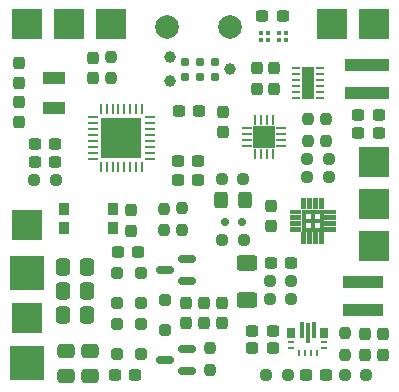
<source format=gbr>
%TF.GenerationSoftware,KiCad,Pcbnew,7.0.1*%
%TF.CreationDate,2024-08-13T13:22:24+02:00*%
%TF.ProjectId,wpt_receiver,7770745f-7265-4636-9569-7665722e6b69,rev?*%
%TF.SameCoordinates,Original*%
%TF.FileFunction,Soldermask,Top*%
%TF.FilePolarity,Negative*%
%FSLAX46Y46*%
G04 Gerber Fmt 4.6, Leading zero omitted, Abs format (unit mm)*
G04 Created by KiCad (PCBNEW 7.0.1) date 2024-08-13 13:22:24*
%MOMM*%
%LPD*%
G01*
G04 APERTURE LIST*
G04 Aperture macros list*
%AMRoundRect*
0 Rectangle with rounded corners*
0 $1 Rounding radius*
0 $2 $3 $4 $5 $6 $7 $8 $9 X,Y pos of 4 corners*
0 Add a 4 corners polygon primitive as box body*
4,1,4,$2,$3,$4,$5,$6,$7,$8,$9,$2,$3,0*
0 Add four circle primitives for the rounded corners*
1,1,$1+$1,$2,$3*
1,1,$1+$1,$4,$5*
1,1,$1+$1,$6,$7*
1,1,$1+$1,$8,$9*
0 Add four rect primitives between the rounded corners*
20,1,$1+$1,$2,$3,$4,$5,0*
20,1,$1+$1,$4,$5,$6,$7,0*
20,1,$1+$1,$6,$7,$8,$9,0*
20,1,$1+$1,$8,$9,$2,$3,0*%
G04 Aperture macros list end*
%ADD10RoundRect,0.237500X-0.237500X0.300000X-0.237500X-0.300000X0.237500X-0.300000X0.237500X0.300000X0*%
%ADD11R,3.000000X3.000000*%
%ADD12RoundRect,0.237500X-0.250000X-0.237500X0.250000X-0.237500X0.250000X0.237500X-0.250000X0.237500X0*%
%ADD13RoundRect,0.237500X0.237500X-0.300000X0.237500X0.300000X-0.237500X0.300000X-0.237500X-0.300000X0*%
%ADD14RoundRect,0.237500X-0.300000X-0.237500X0.300000X-0.237500X0.300000X0.237500X-0.300000X0.237500X0*%
%ADD15RoundRect,0.150000X0.587500X0.150000X-0.587500X0.150000X-0.587500X-0.150000X0.587500X-0.150000X0*%
%ADD16R,2.500000X2.500000*%
%ADD17RoundRect,0.237500X0.300000X0.237500X-0.300000X0.237500X-0.300000X-0.237500X0.300000X-0.237500X0*%
%ADD18RoundRect,0.237500X-0.237500X0.250000X-0.237500X-0.250000X0.237500X-0.250000X0.237500X0.250000X0*%
%ADD19RoundRect,0.150000X-0.150000X-0.200000X0.150000X-0.200000X0.150000X0.200000X-0.150000X0.200000X0*%
%ADD20RoundRect,0.250000X0.625000X-0.400000X0.625000X0.400000X-0.625000X0.400000X-0.625000X-0.400000X0*%
%ADD21R,0.431800X0.431800*%
%ADD22R,0.850000X0.280000*%
%ADD23R,0.280000X0.850000*%
%ADD24RoundRect,0.237500X0.237500X-0.250000X0.237500X0.250000X-0.237500X0.250000X-0.237500X-0.250000X0*%
%ADD25RoundRect,0.062500X-0.375000X-0.062500X0.375000X-0.062500X0.375000X0.062500X-0.375000X0.062500X0*%
%ADD26RoundRect,0.062500X-0.062500X-0.375000X0.062500X-0.375000X0.062500X0.375000X-0.062500X0.375000X0*%
%ADD27R,3.450000X3.450000*%
%ADD28R,3.700000X0.980000*%
%ADD29RoundRect,0.237500X0.250000X0.237500X-0.250000X0.237500X-0.250000X-0.237500X0.250000X-0.237500X0*%
%ADD30RoundRect,0.250000X-0.250000X0.250000X-0.250000X-0.250000X0.250000X-0.250000X0.250000X0.250000X0*%
%ADD31C,0.990600*%
%ADD32C,0.787400*%
%ADD33R,0.240000X0.599999*%
%ADD34R,0.599999X0.240000*%
%ADD35R,0.700001X0.850001*%
%ADD36R,0.349999X1.450000*%
%ADD37R,0.349999X1.799999*%
%ADD38RoundRect,0.250000X-0.325000X-0.450000X0.325000X-0.450000X0.325000X0.450000X-0.325000X0.450000X0*%
%ADD39R,0.660400X0.254000*%
%ADD40R,1.092200X2.743200*%
%ADD41R,3.400000X0.980000*%
%ADD42RoundRect,0.250000X-0.337500X-0.475000X0.337500X-0.475000X0.337500X0.475000X-0.337500X0.475000X0*%
%ADD43RoundRect,0.250000X-0.475000X0.337500X-0.475000X-0.337500X0.475000X-0.337500X0.475000X0.337500X0*%
%ADD44R,1.900000X1.100000*%
%ADD45R,0.812800X0.254000*%
%ADD46R,0.254000X0.812800*%
%ADD47R,1.828800X1.828800*%
%ADD48R,0.900000X1.000000*%
%ADD49C,2.000000*%
G04 APERTURE END LIST*
%TO.C,U11*%
G36*
X152640594Y-123780596D02*
G01*
X151651403Y-123780596D01*
X151651403Y-123361402D01*
X152640594Y-123361402D01*
X152640594Y-123780596D01*
G37*
G36*
X152640594Y-123280594D02*
G01*
X151651403Y-123280594D01*
X151651403Y-122861403D01*
X152640594Y-122861403D01*
X152640594Y-123280594D01*
G37*
G36*
X152640594Y-122780595D02*
G01*
X151651403Y-122780595D01*
X151651403Y-122361404D01*
X152640594Y-122361404D01*
X152640594Y-122780595D01*
G37*
G36*
X152640594Y-122280596D02*
G01*
X151651403Y-122280596D01*
X151651403Y-121861402D01*
X152640594Y-121861402D01*
X152640594Y-122280596D01*
G37*
G36*
X151630784Y-124790594D02*
G01*
X151211592Y-124790594D01*
X151211592Y-123801403D01*
X151630784Y-123801403D01*
X151630784Y-124790594D01*
G37*
G36*
X151630784Y-121840595D02*
G01*
X151211592Y-121840595D01*
X151211592Y-120851404D01*
X151630784Y-120851404D01*
X151630784Y-121840595D01*
G37*
G36*
X151584499Y-123734499D02*
G01*
X151264699Y-123734499D01*
X151264699Y-121907499D01*
X151584499Y-121907499D01*
X151584499Y-123734499D01*
G37*
G36*
X151584499Y-123734499D02*
G01*
X149757499Y-123734499D01*
X149757499Y-123414699D01*
X151584499Y-123414699D01*
X151584499Y-123734499D01*
G37*
G36*
X151584499Y-123014699D02*
G01*
X149757499Y-123014699D01*
X149757499Y-122627299D01*
X151584499Y-122627299D01*
X151584499Y-123014699D01*
G37*
G36*
X151584499Y-122227299D02*
G01*
X149757499Y-122227299D01*
X149757499Y-121907499D01*
X151584499Y-121907499D01*
X151584499Y-122227299D01*
G37*
G36*
X151130658Y-124790594D02*
G01*
X150711466Y-124790594D01*
X150711466Y-123801403D01*
X151130658Y-123801403D01*
X151130658Y-124790594D01*
G37*
G36*
X151130658Y-121840595D02*
G01*
X150711466Y-121840595D01*
X150711466Y-120851404D01*
X151130658Y-120851404D01*
X151130658Y-121840595D01*
G37*
G36*
X150630532Y-124790594D02*
G01*
X150211340Y-124790594D01*
X150211340Y-123801403D01*
X150630532Y-123801403D01*
X150630532Y-124790594D01*
G37*
G36*
X150630532Y-121840595D02*
G01*
X150211340Y-121840595D01*
X150211340Y-120851404D01*
X150630532Y-120851404D01*
X150630532Y-121840595D01*
G37*
G36*
X150864699Y-123734499D02*
G01*
X150477299Y-123734499D01*
X150477299Y-121907499D01*
X150864699Y-121907499D01*
X150864699Y-123734499D01*
G37*
G36*
X150130406Y-124790594D02*
G01*
X149711214Y-124790594D01*
X149711214Y-123801403D01*
X150130406Y-123801403D01*
X150130406Y-124790594D01*
G37*
G36*
X150130406Y-121840595D02*
G01*
X149711214Y-121840595D01*
X149711214Y-120851404D01*
X150130406Y-120851404D01*
X150130406Y-121840595D01*
G37*
G36*
X150077299Y-123734499D02*
G01*
X149757499Y-123734499D01*
X149757499Y-121907499D01*
X150077299Y-121907499D01*
X150077299Y-123734499D01*
G37*
G36*
X149690595Y-123780596D02*
G01*
X148701404Y-123780596D01*
X148701404Y-123361402D01*
X149690595Y-123361402D01*
X149690595Y-123780596D01*
G37*
G36*
X149690595Y-123280594D02*
G01*
X148701404Y-123280594D01*
X148701404Y-122861403D01*
X149690595Y-122861403D01*
X149690595Y-123280594D01*
G37*
G36*
X149690595Y-122780595D02*
G01*
X148701404Y-122780595D01*
X148701404Y-122361404D01*
X149690595Y-122361404D01*
X149690595Y-122780595D01*
G37*
G36*
X149690595Y-122280596D02*
G01*
X148701404Y-122280596D01*
X148701404Y-121861402D01*
X149690595Y-121861402D01*
X149690595Y-122280596D01*
G37*
%TO.C,U8*%
G36*
X149097756Y-131979959D02*
G01*
X149107136Y-131982804D01*
X149115780Y-131987427D01*
X149123357Y-131993645D01*
X149129574Y-132001222D01*
X149134195Y-132009865D01*
X149137040Y-132019246D01*
X149138000Y-132028999D01*
X149138000Y-132679000D01*
X149137040Y-132688754D01*
X149134195Y-132698134D01*
X149129574Y-132706778D01*
X149123357Y-132714355D01*
X149115780Y-132720573D01*
X149107136Y-132725195D01*
X149097756Y-132728040D01*
X149088000Y-132729000D01*
X148938000Y-132729000D01*
X148928246Y-132728040D01*
X148918866Y-132725195D01*
X148910223Y-132720573D01*
X148902646Y-132714355D01*
X148896428Y-132706778D01*
X148891808Y-132698134D01*
X148888963Y-132688754D01*
X148888000Y-132679000D01*
X148888000Y-132028999D01*
X148888963Y-132019246D01*
X148891808Y-132009865D01*
X148896428Y-132001222D01*
X148902646Y-131993645D01*
X148910223Y-131987427D01*
X148918866Y-131982804D01*
X148928246Y-131979959D01*
X148938000Y-131978999D01*
X149088000Y-131978999D01*
X149097756Y-131979959D01*
G37*
G36*
X151547754Y-131979959D02*
G01*
X151557134Y-131982804D01*
X151565777Y-131987427D01*
X151573354Y-131993645D01*
X151579572Y-132001222D01*
X151584192Y-132009865D01*
X151587037Y-132019246D01*
X151588000Y-132028999D01*
X151588000Y-132679000D01*
X151587037Y-132688754D01*
X151584192Y-132698134D01*
X151579572Y-132706778D01*
X151573354Y-132714355D01*
X151565777Y-132720573D01*
X151557134Y-132725195D01*
X151547754Y-132728040D01*
X151538000Y-132729000D01*
X151388000Y-132729000D01*
X151378244Y-132728040D01*
X151368864Y-132725195D01*
X151360220Y-132720573D01*
X151352643Y-132714355D01*
X151346426Y-132706778D01*
X151341805Y-132698134D01*
X151338960Y-132688754D01*
X151338000Y-132679000D01*
X151338000Y-132028999D01*
X151338960Y-132019246D01*
X151341805Y-132009865D01*
X151346426Y-132001222D01*
X151352643Y-131993645D01*
X151360220Y-131987427D01*
X151368864Y-131982804D01*
X151378244Y-131979959D01*
X151388000Y-131978999D01*
X151538000Y-131978999D01*
X151547754Y-131979959D01*
G37*
G36*
X151897753Y-132479963D02*
G01*
X151907133Y-132482808D01*
X151915777Y-132487429D01*
X151923354Y-132493646D01*
X151929571Y-132501223D01*
X151934194Y-132509867D01*
X151937039Y-132519247D01*
X151937999Y-132529001D01*
X151937999Y-132679000D01*
X151937039Y-132688757D01*
X151934194Y-132698137D01*
X151929571Y-132706780D01*
X151923354Y-132714357D01*
X151915777Y-132720575D01*
X151907133Y-132725195D01*
X151897753Y-132728040D01*
X151887999Y-132729000D01*
X151388000Y-132729000D01*
X151378247Y-132728040D01*
X151368866Y-132725195D01*
X151360223Y-132720575D01*
X151352646Y-132714357D01*
X151346428Y-132706780D01*
X151341805Y-132698137D01*
X151338960Y-132688757D01*
X151338000Y-132679000D01*
X151338000Y-132529001D01*
X151338960Y-132519247D01*
X151341805Y-132509867D01*
X151346428Y-132501223D01*
X151352646Y-132493646D01*
X151360223Y-132487429D01*
X151368866Y-132482808D01*
X151378247Y-132479963D01*
X151388000Y-132479001D01*
X151887999Y-132479001D01*
X151897753Y-132479963D01*
G37*
G36*
X149097753Y-132479963D02*
G01*
X149107134Y-132482808D01*
X149115777Y-132487429D01*
X149123354Y-132493646D01*
X149129572Y-132501223D01*
X149134195Y-132509867D01*
X149137040Y-132519247D01*
X149138000Y-132529001D01*
X149138000Y-132679000D01*
X149137040Y-132688757D01*
X149134195Y-132698137D01*
X149129572Y-132706780D01*
X149123354Y-132714357D01*
X149115777Y-132720575D01*
X149107134Y-132725195D01*
X149097753Y-132728040D01*
X149088000Y-132729000D01*
X148588001Y-132729000D01*
X148578247Y-132728040D01*
X148568867Y-132725195D01*
X148560223Y-132720575D01*
X148552646Y-132714357D01*
X148546429Y-132706780D01*
X148541806Y-132698137D01*
X148538961Y-132688757D01*
X148538001Y-132679000D01*
X148538001Y-132529001D01*
X148538961Y-132519247D01*
X148541806Y-132509867D01*
X148546429Y-132501223D01*
X148552646Y-132493646D01*
X148560223Y-132487429D01*
X148568867Y-132482808D01*
X148578247Y-132479963D01*
X148588001Y-132479001D01*
X149088000Y-132479001D01*
X149097753Y-132479963D01*
G37*
G36*
X151897753Y-131979959D02*
G01*
X151907133Y-131982804D01*
X151915777Y-131987424D01*
X151923354Y-131993642D01*
X151929571Y-132001219D01*
X151934194Y-132009863D01*
X151937039Y-132019243D01*
X151937999Y-132028999D01*
X151937999Y-132178999D01*
X151937039Y-132188752D01*
X151934194Y-132198133D01*
X151929571Y-132206776D01*
X151923354Y-132214353D01*
X151915777Y-132220571D01*
X151907133Y-132225191D01*
X151897753Y-132228036D01*
X151887999Y-132228999D01*
X151388000Y-132228999D01*
X151378247Y-132228036D01*
X151368866Y-132225191D01*
X151360223Y-132220571D01*
X151352646Y-132214353D01*
X151346428Y-132206776D01*
X151341805Y-132198133D01*
X151338960Y-132188752D01*
X151338000Y-132178999D01*
X151338000Y-132028999D01*
X151338960Y-132019243D01*
X151341805Y-132009863D01*
X151346428Y-132001219D01*
X151352646Y-131993642D01*
X151360223Y-131987424D01*
X151368866Y-131982804D01*
X151378247Y-131979959D01*
X151388000Y-131978999D01*
X151887999Y-131978999D01*
X151897753Y-131979959D01*
G37*
G36*
X149097753Y-131979959D02*
G01*
X149107134Y-131982804D01*
X149115777Y-131987424D01*
X149123354Y-131993642D01*
X149129572Y-132001219D01*
X149134195Y-132009863D01*
X149137040Y-132019243D01*
X149138000Y-132028999D01*
X149138000Y-132178999D01*
X149137040Y-132188752D01*
X149134195Y-132198133D01*
X149129572Y-132206776D01*
X149123354Y-132214353D01*
X149115777Y-132220571D01*
X149107134Y-132225191D01*
X149097753Y-132228036D01*
X149088000Y-132228999D01*
X148588001Y-132228999D01*
X148578247Y-132228036D01*
X148568867Y-132225191D01*
X148560223Y-132220571D01*
X148552646Y-132214353D01*
X148546429Y-132206776D01*
X148541806Y-132198133D01*
X148538961Y-132188752D01*
X148538001Y-132178999D01*
X148538001Y-132028999D01*
X148538961Y-132019243D01*
X148541806Y-132009863D01*
X148546429Y-132001219D01*
X148552646Y-131993642D01*
X148560223Y-131987424D01*
X148568867Y-131982804D01*
X148578247Y-131979959D01*
X148588001Y-131978999D01*
X149088000Y-131978999D01*
X149097753Y-131979959D01*
G37*
%TD*%
D10*
%TO.C,C17*%
X141478000Y-129774000D03*
X141478000Y-131499000D03*
%TD*%
D11*
%TO.C,L2*%
X126492000Y-134874000D03*
X126492000Y-127254000D03*
%TD*%
D12*
%TO.C,R15*%
X146706000Y-135913001D03*
X148531000Y-135913001D03*
%TD*%
D13*
%TO.C,C31*%
X145948400Y-111619370D03*
X145948400Y-109894370D03*
%TD*%
D10*
%TO.C,C21*%
X143078200Y-113564500D03*
X143078200Y-115289500D03*
%TD*%
D14*
%TO.C,C40*%
X139218500Y-117729000D03*
X140943500Y-117729000D03*
%TD*%
%TO.C,C38*%
X139218500Y-119380000D03*
X140943500Y-119380000D03*
%TD*%
D15*
%TO.C,Q2*%
X140051000Y-135570000D03*
X140051000Y-133670000D03*
X138176000Y-134620000D03*
%TD*%
D16*
%TO.C,TP1*%
X126492000Y-123190000D03*
%TD*%
D17*
%TO.C,C37*%
X128878500Y-117856000D03*
X127153500Y-117856000D03*
%TD*%
D14*
%TO.C,C45*%
X147092500Y-126365000D03*
X148817500Y-126365000D03*
%TD*%
D18*
%TO.C,R25*%
X150241000Y-114212370D03*
X150241000Y-116037370D03*
%TD*%
%TO.C,R14*%
X151765000Y-114212370D03*
X151765000Y-116037370D03*
%TD*%
D19*
%TO.C,D11*%
X144679500Y-122936000D03*
X143279500Y-122936000D03*
%TD*%
D14*
%TO.C,C33*%
X154539300Y-113817486D03*
X156264300Y-113817486D03*
%TD*%
D20*
%TO.C,R28*%
X145134250Y-129491500D03*
X145134250Y-126391500D03*
%TD*%
D12*
%TO.C,R1*%
X142978500Y-119253000D03*
X144803500Y-119253000D03*
%TD*%
D21*
%TO.C,U12*%
X148409700Y-106908600D03*
X147806500Y-106908600D03*
X147806500Y-107518200D03*
X148409700Y-107518200D03*
%TD*%
D16*
%TO.C,TP5*%
X155829000Y-117856000D03*
%TD*%
D22*
%TO.C,U11*%
X152146000Y-123571000D03*
X152146000Y-123070999D03*
X152146000Y-122570999D03*
X152146000Y-122070998D03*
D23*
X151421188Y-121345998D03*
X150921062Y-121345998D03*
X150420936Y-121345998D03*
X149920810Y-121345998D03*
D22*
X149195998Y-122070998D03*
X149195998Y-122570999D03*
X149195998Y-123070999D03*
X149195998Y-123571000D03*
D23*
X149920810Y-124296000D03*
X150420936Y-124296000D03*
X150921062Y-124296000D03*
X151421188Y-124296000D03*
%TD*%
D10*
%TO.C,C44*%
X135237000Y-121935000D03*
X135237000Y-123660000D03*
%TD*%
D24*
%TO.C,R11*%
X141986000Y-135429000D03*
X141986000Y-133604000D03*
%TD*%
D25*
%TO.C,U10*%
X132031000Y-114062000D03*
X132031000Y-114562000D03*
X132031000Y-115062000D03*
X132031000Y-115562000D03*
X132031000Y-116062000D03*
X132031000Y-116562000D03*
X132031000Y-117062000D03*
X132031000Y-117562000D03*
D26*
X132718500Y-118249500D03*
X133218500Y-118249500D03*
X133718500Y-118249500D03*
X134218500Y-118249500D03*
X134718500Y-118249500D03*
X135218500Y-118249500D03*
X135718500Y-118249500D03*
X136218500Y-118249500D03*
D25*
X136906000Y-117562000D03*
X136906000Y-117062000D03*
X136906000Y-116562000D03*
X136906000Y-116062000D03*
X136906000Y-115562000D03*
X136906000Y-115062000D03*
X136906000Y-114562000D03*
X136906000Y-114062000D03*
D26*
X136218500Y-113374500D03*
X135718500Y-113374500D03*
X135218500Y-113374500D03*
X134718500Y-113374500D03*
X134218500Y-113374500D03*
X133718500Y-113374500D03*
X133218500Y-113374500D03*
X132718500Y-113374500D03*
D27*
X134468500Y-115812000D03*
%TD*%
D17*
%TO.C,C22*%
X148117972Y-105511600D03*
X146392972Y-105511600D03*
%TD*%
D16*
%TO.C,TP4*%
X155829000Y-121412000D03*
%TD*%
D28*
%TO.C,L5*%
X155301300Y-109584486D03*
X155301300Y-111954486D03*
%TD*%
D10*
%TO.C,C27*%
X156588000Y-132424000D03*
X156588000Y-134149000D03*
%TD*%
D16*
%TO.C,TP10*%
X155829000Y-106172000D03*
%TD*%
D29*
%TO.C,R31*%
X152019000Y-117602000D03*
X150194000Y-117602000D03*
%TD*%
D30*
%TO.C,D1*%
X134112000Y-127254000D03*
X134112000Y-129754000D03*
%TD*%
D14*
%TO.C,C19*%
X134165000Y-125476000D03*
X135890000Y-125476000D03*
%TD*%
%TO.C,FB1*%
X127153500Y-116332000D03*
X128878500Y-116332000D03*
%TD*%
D31*
%TO.C,J1*%
X143637000Y-109982000D03*
X138557000Y-110998000D03*
X138557000Y-108966000D03*
D32*
X142367000Y-109347000D03*
X142367000Y-110617000D03*
X141097000Y-109347000D03*
X141097000Y-110617000D03*
X139827000Y-109347000D03*
X139827000Y-110617000D03*
%TD*%
D33*
%TO.C,U8*%
X149487999Y-134029000D03*
X149987998Y-134029000D03*
X150488000Y-134029000D03*
X150987998Y-134029000D03*
D34*
X151638000Y-133604000D03*
X151638000Y-133104001D03*
D35*
X151638000Y-132354000D03*
X151638000Y-132354000D03*
D36*
X150737999Y-132104000D03*
D37*
X150238000Y-132279001D03*
D36*
X149738001Y-132104000D03*
D35*
X148838000Y-132354000D03*
X148838000Y-132354000D03*
D34*
X148838000Y-133104001D03*
X148838000Y-133604000D03*
%TD*%
D15*
%TO.C,Q1*%
X140051000Y-127950000D03*
X140051000Y-126050000D03*
X138176000Y-127000000D03*
%TD*%
D17*
%TO.C,C26*%
X147261000Y-132118001D03*
X145536000Y-132118001D03*
%TD*%
D13*
%TO.C,C42*%
X125832500Y-114489000D03*
X125832500Y-112764000D03*
%TD*%
D14*
%TO.C,C34*%
X154539300Y-115341486D03*
X156264300Y-115341486D03*
%TD*%
%TO.C,C43*%
X139328000Y-113538000D03*
X141053000Y-113538000D03*
%TD*%
D12*
%TO.C,R23*%
X153357000Y-135913001D03*
X155182000Y-135913001D03*
%TD*%
D38*
%TO.C,D4*%
X142880500Y-121031000D03*
X144930500Y-121031000D03*
%TD*%
D13*
%TO.C,C41*%
X132062500Y-110729000D03*
X132062500Y-109004000D03*
%TD*%
D16*
%TO.C,TP11*%
X133604000Y-106172000D03*
%TD*%
D39*
%TO.C,U9*%
X151282400Y-112387126D03*
X151282400Y-111887000D03*
X151282400Y-111386874D03*
X151282400Y-110886748D03*
X151282400Y-110386622D03*
X151282400Y-109886496D03*
X149225000Y-109886496D03*
X149225000Y-110386622D03*
X149225000Y-110886748D03*
X149225000Y-111386874D03*
X149225000Y-111887000D03*
X149225000Y-112387126D03*
D40*
X150253700Y-111136811D03*
%TD*%
D41*
%TO.C,L4*%
X154940000Y-127974000D03*
X154940000Y-130344000D03*
%TD*%
D30*
%TO.C,D3*%
X136144000Y-127254000D03*
X136144000Y-129754000D03*
%TD*%
D10*
%TO.C,C18*%
X139954000Y-129774000D03*
X139954000Y-131499000D03*
%TD*%
D12*
%TO.C,R33*%
X147042500Y-129439500D03*
X148867500Y-129439500D03*
%TD*%
D30*
%TO.C,D8*%
X138176000Y-129560000D03*
X138176000Y-132060000D03*
%TD*%
D16*
%TO.C,TP6*%
X152273000Y-106172000D03*
%TD*%
D42*
%TO.C,C4*%
X129497000Y-126746000D03*
X131572000Y-126746000D03*
%TD*%
D10*
%TO.C,C46*%
X147114999Y-121565500D03*
X147114999Y-123290500D03*
%TD*%
D43*
%TO.C,C15*%
X129794000Y-133858000D03*
X129794000Y-135933000D03*
%TD*%
D16*
%TO.C,TP8*%
X155829000Y-124968000D03*
%TD*%
D12*
%TO.C,R13*%
X143005000Y-124460000D03*
X144830000Y-124460000D03*
%TD*%
D10*
%TO.C,C39*%
X125832500Y-109462000D03*
X125832500Y-111187000D03*
%TD*%
D16*
%TO.C,TP2*%
X126492000Y-131064000D03*
%TD*%
D14*
%TO.C,C20*%
X133911000Y-135890000D03*
X135636000Y-135890000D03*
%TD*%
D16*
%TO.C,TP7*%
X130048000Y-106172000D03*
%TD*%
D21*
%TO.C,U1*%
X146245872Y-107543600D03*
X146849072Y-107543600D03*
X146849072Y-106934000D03*
X146245872Y-106934000D03*
%TD*%
D30*
%TO.C,D5*%
X136144000Y-131572000D03*
X136144000Y-134072000D03*
%TD*%
D13*
%TO.C,C32*%
X147412400Y-111619370D03*
X147412400Y-109894370D03*
%TD*%
D29*
%TO.C,R30*%
X152019000Y-119126000D03*
X150194000Y-119126000D03*
%TD*%
D44*
%TO.C,Y1*%
X128760500Y-110732000D03*
X128760500Y-113232000D03*
%TD*%
D29*
%TO.C,R34*%
X148867500Y-127915500D03*
X147042500Y-127915500D03*
%TD*%
D42*
%TO.C,C6*%
X129497000Y-130810000D03*
X131572000Y-130810000D03*
%TD*%
%TO.C,C5*%
X129497000Y-128778000D03*
X131572000Y-128778000D03*
%TD*%
D24*
%TO.C,R2*%
X139573000Y-123594500D03*
X139573000Y-121769500D03*
%TD*%
D45*
%TO.C,U6*%
X148005800Y-116447001D03*
X148005800Y-115947000D03*
X148005800Y-115447000D03*
X148005800Y-114946999D03*
D46*
X147308001Y-114249200D03*
X146808000Y-114249200D03*
X146308000Y-114249200D03*
X145807999Y-114249200D03*
D45*
X145110200Y-114946999D03*
X145110200Y-115447000D03*
X145110200Y-115947000D03*
X145110200Y-116447001D03*
D46*
X145807999Y-117144800D03*
X146308000Y-117144800D03*
X146808000Y-117144800D03*
X147308001Y-117144800D03*
D47*
X146558000Y-115697000D03*
%TD*%
D43*
%TO.C,C14*%
X131826000Y-133858000D03*
X131826000Y-135933000D03*
%TD*%
D12*
%TO.C,R32*%
X127103500Y-119380000D03*
X128928500Y-119380000D03*
%TD*%
D48*
%TO.C,SW1*%
X129631000Y-121844000D03*
X133731000Y-121844000D03*
X129631000Y-123444000D03*
X133731000Y-123444000D03*
%TD*%
D30*
%TO.C,D2*%
X134112000Y-131572000D03*
X134112000Y-134072000D03*
%TD*%
D10*
%TO.C,C16*%
X143002000Y-129774000D03*
X143002000Y-131499000D03*
%TD*%
%TO.C,C28*%
X155094000Y-132424000D03*
X155094000Y-134149000D03*
%TD*%
D14*
%TO.C,C29*%
X150058000Y-135913001D03*
X151783000Y-135913001D03*
%TD*%
D18*
%TO.C,R29*%
X133586500Y-108942500D03*
X133586500Y-110767500D03*
%TD*%
%TO.C,R3*%
X138049000Y-121793000D03*
X138049000Y-123618000D03*
%TD*%
%TO.C,R22*%
X153380000Y-132342001D03*
X153380000Y-134167001D03*
%TD*%
D17*
%TO.C,C25*%
X147261000Y-133612001D03*
X145536000Y-133612001D03*
%TD*%
D16*
%TO.C,TP9*%
X126492000Y-106172000D03*
%TD*%
D49*
%TO.C,C2*%
X138366000Y-106426000D03*
X143666000Y-106426000D03*
%TD*%
M02*

</source>
